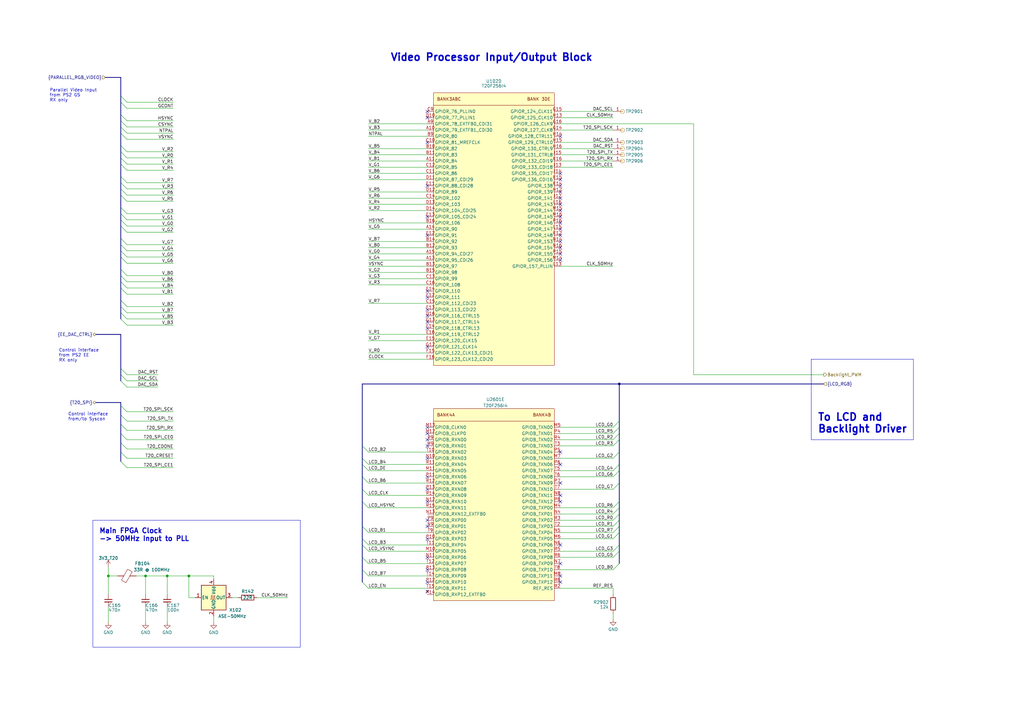
<source format=kicad_sch>
(kicad_sch (version 20230121) (generator eeschema)
  (paper "A3")
  (title_block (title "PS2 Video Processor Video In & Out") (rev "0.3") (comment 5 "-a project by Tschicki"))
  (bus_alias "LCD_RGB" (members "LCD_DE" "LCD_VSYNC" "LCD_HSYNC" "LCD_EN" "LCD_CLK" "LCD_B7" "LCD_B6" "LCD_B5" "LCD_B4" "LCD_B3" "LCD_B2" "LCD_B1" "LCD_B0" "LCD_G7" "LCD_G6" "LCD_G5" "LCD_G4" "LCD_G3" "LCD_G2" "LCD_G1" "LCD_G0" "LCD_R7" "LCD_R6" "LCD_R5" "LCD_R4" "LCD_R3" "LCD_R2" "LCD_R1" "LCD_R0"))
  (junction (at 68.58 236.22))
  (junction (at 59.69 236.22))
  (junction (at 44.45 236.22))
  (junction (at 254 157.48))
  (junction (at 77.47 236.22))
  (no_connect (at 175.26 182.88))
  (no_connect (at 175.26 187.96))
  (no_connect (at 229.87 78.74))
  (no_connect (at 229.87 91.44))
  (no_connect (at 229.87 76.2))
  (no_connect (at 175.26 228.6))
  (no_connect (at 175.26 242.57))
  (no_connect (at 229.87 104.14))
  (no_connect (at 229.87 86.36))
  (no_connect (at 175.26 195.58))
  (no_connect (at 229.87 203.2))
  (no_connect (at 229.87 55.88))
  (no_connect (at 175.26 213.36))
  (no_connect (at 229.87 71.12))
  (no_connect (at 175.26 200.66))
  (no_connect (at 229.87 185.42))
  (no_connect (at 175.26 177.8))
  (no_connect (at 175.26 129.54))
  (no_connect (at 229.87 99.06))
  (no_connect (at 175.26 96.52))
  (no_connect (at 229.87 198.12))
  (no_connect (at 229.87 231.14))
  (no_connect (at 229.87 190.5))
  (no_connect (at 229.87 96.52))
  (no_connect (at 175.26 175.26))
  (no_connect (at 175.26 134.62))
  (no_connect (at 175.26 88.9))
  (no_connect (at 175.26 142.24))
  (no_connect (at 229.87 73.66))
  (no_connect (at 175.26 215.9))
  (no_connect (at 175.26 127))
  (no_connect (at 229.87 106.68))
  (no_connect (at 175.26 205.74))
  (no_connect (at 229.87 83.82))
  (no_connect (at 229.87 88.9))
  (no_connect (at 175.26 233.68))
  (no_connect (at 229.87 223.52))
  (no_connect (at 175.26 180.34))
  (no_connect (at 175.26 121.92))
  (no_connect (at 229.87 236.22))
  (no_connect (at 175.26 76.2))
  (no_connect (at 229.87 205.74))
  (no_connect (at 175.26 45.72))
  (no_connect (at 229.87 101.6))
  (no_connect (at 175.26 119.38))
  (no_connect (at 175.26 48.26))
  (no_connect (at 229.87 81.28))
  (no_connect (at 175.26 132.08))
  (no_connect (at 229.87 238.76))
  (no_connect (at 175.26 238.76))
  (no_connect (at 229.87 93.98))
  (no_connect (at 175.26 58.42))
  (no_connect (at 175.26 220.98))
  (bus_entry (at 52.07 125.73) (size -2.54 -2.54))
  (bus_entry (at 52.07 95.25) (size -2.54 -2.54))
  (bus_entry (at 148.59 205.74) (size 2.54 2.54))
  (bus_entry (at 251.46 193.04) (size 2.54 -2.54))
  (bus_entry (at 52.07 82.55) (size -2.54 -2.54))
  (bus_entry (at 52.07 41.91) (size -2.54 -2.54))
  (bus_entry (at 49.53 173.99) (size 2.54 2.54))
  (bus_entry (at 52.07 115.57) (size -2.54 -2.54))
  (bus_entry (at 251.46 210.82) (size 2.54 -2.54))
  (bus_entry (at 52.07 153.67) (size -2.54 -2.54))
  (bus_entry (at 52.07 156.21) (size -2.54 -2.54))
  (bus_entry (at 52.07 80.01) (size -2.54 -2.54))
  (bus_entry (at 148.59 195.58) (size 2.54 2.54))
  (bus_entry (at 52.07 130.81) (size -2.54 -2.54))
  (bus_entry (at 52.07 74.93) (size -2.54 -2.54))
  (bus_entry (at 251.46 200.66) (size 2.54 -2.54))
  (bus_entry (at 52.07 128.27) (size -2.54 -2.54))
  (bus_entry (at 251.46 233.68) (size 2.54 -2.54))
  (bus_entry (at 52.07 67.31) (size -2.54 -2.54))
  (bus_entry (at 52.07 133.35) (size -2.54 -2.54))
  (bus_entry (at 49.53 177.8) (size 2.54 2.54))
  (bus_entry (at 52.07 54.61) (size -2.54 -2.54))
  (bus_entry (at 251.46 195.58) (size 2.54 -2.54))
  (bus_entry (at 52.07 87.63) (size -2.54 -2.54))
  (bus_entry (at 148.59 215.9) (size 2.54 2.54))
  (bus_entry (at 52.07 52.07) (size -2.54 -2.54))
  (bus_entry (at 251.46 218.44) (size 2.54 -2.54))
  (bus_entry (at 148.59 187.96) (size 2.54 2.54))
  (bus_entry (at 52.07 77.47) (size -2.54 -2.54))
  (bus_entry (at 52.07 57.15) (size -2.54 -2.54))
  (bus_entry (at 251.46 175.26) (size 2.54 -2.54))
  (bus_entry (at 52.07 120.65) (size -2.54 -2.54))
  (bus_entry (at 52.07 90.17) (size -2.54 -2.54))
  (bus_entry (at 148.59 233.68) (size 2.54 2.54))
  (bus_entry (at 52.07 44.45) (size -2.54 -2.54))
  (bus_entry (at 251.46 226.06) (size 2.54 -2.54))
  (bus_entry (at 52.07 118.11) (size -2.54 -2.54))
  (bus_entry (at 49.53 170.18) (size 2.54 2.54))
  (bus_entry (at 52.07 64.77) (size -2.54 -2.54))
  (bus_entry (at 251.46 213.36) (size 2.54 -2.54))
  (bus_entry (at 251.46 180.34) (size 2.54 -2.54))
  (bus_entry (at 148.59 238.76) (size 2.54 2.54))
  (bus_entry (at 251.46 208.28) (size 2.54 -2.54))
  (bus_entry (at 251.46 182.88) (size 2.54 -2.54))
  (bus_entry (at 251.46 187.96) (size 2.54 -2.54))
  (bus_entry (at 251.46 215.9) (size 2.54 -2.54))
  (bus_entry (at 148.59 228.6) (size 2.54 2.54))
  (bus_entry (at 52.07 105.41) (size -2.54 -2.54))
  (bus_entry (at 52.07 113.03) (size -2.54 -2.54))
  (bus_entry (at 52.07 49.53) (size -2.54 -2.54))
  (bus_entry (at 148.59 182.88) (size 2.54 2.54))
  (bus_entry (at 251.46 228.6) (size 2.54 -2.54))
  (bus_entry (at 52.07 107.95) (size -2.54 -2.54))
  (bus_entry (at 148.59 223.52) (size 2.54 2.54))
  (bus_entry (at 52.07 102.87) (size -2.54 -2.54))
  (bus_entry (at 251.46 220.98) (size 2.54 -2.54))
  (bus_entry (at 49.53 189.23) (size 2.54 2.54))
  (bus_entry (at 49.53 166.37) (size 2.54 2.54))
  (bus_entry (at 148.59 190.5) (size 2.54 2.54))
  (bus_entry (at 148.59 220.98) (size 2.54 2.54))
  (bus_entry (at 49.53 181.61) (size 2.54 2.54))
  (bus_entry (at 52.07 69.85) (size -2.54 -2.54))
  (bus_entry (at 52.07 92.71) (size -2.54 -2.54))
  (bus_entry (at 148.59 200.66) (size 2.54 2.54))
  (bus_entry (at 251.46 177.8) (size 2.54 -2.54))
  (bus_entry (at 52.07 158.75) (size -2.54 -2.54))
  (bus_entry (at 52.07 62.23) (size -2.54 -2.54))
  (bus_entry (at 49.53 185.42) (size 2.54 2.54))
  (bus_entry (at 52.07 100.33) (size -2.54 -2.54))
  (wire (pts (xy 175.26 78.74) (xy 151.13 78.74)))
  (wire (pts (xy 44.45 243.84) (xy 44.45 236.22)))
  (wire (pts (xy 59.69 243.84) (xy 59.69 236.22)))
  (wire (pts (xy 52.07 128.27) (xy 71.12 128.27)))
  (bus (pts (xy 254 226.06) (xy 254 231.14)))
  (bus (pts (xy 148.59 195.58) (xy 148.59 200.66)))
  (wire (pts (xy 175.26 137.16) (xy 151.13 137.16)))
  (wire (pts (xy 77.47 245.11) (xy 77.47 236.22)))
  (wire (pts (xy 175.26 63.5) (xy 151.13 63.5)))
  (bus (pts (xy 254 198.12) (xy 254 205.74)))
  (bus (pts (xy 49.53 54.61) (xy 49.53 52.07)))
  (bus (pts (xy 49.53 97.79) (xy 49.53 92.71)))
  (bus (pts (xy 49.53 92.71) (xy 49.53 90.17)))
  (bus (pts (xy 49.53 100.33) (xy 49.53 97.79)))
  (bus (pts (xy 39.37 165.1) (xy 49.53 165.1)))
  (bus (pts (xy 49.53 113.03) (xy 49.53 110.49)))
  (wire (pts (xy 59.69 236.22) (xy 68.58 236.22)))
  (bus (pts (xy 49.53 46.99) (xy 49.53 41.91)))
  (wire (pts (xy 251.46 241.3) (xy 251.46 243.84)))
  (wire (pts (xy 284.48 50.8) (xy 229.87 50.8)))
  (bus (pts (xy 49.53 177.8) (xy 49.53 181.61)))
  (wire (pts (xy 151.13 226.06) (xy 175.26 226.06)))
  (wire (pts (xy 251.46 218.44) (xy 229.87 218.44)))
  (bus (pts (xy 148.59 190.5) (xy 148.59 195.58)))
  (wire (pts (xy 251.46 48.26) (xy 229.87 48.26)))
  (bus (pts (xy 49.53 115.57) (xy 49.53 113.03)))
  (wire (pts (xy 251.46 63.5) (xy 229.87 63.5)))
  (bus (pts (xy 254 180.34) (xy 254 185.42)))
  (wire (pts (xy 52.07 187.96) (xy 71.12 187.96)))
  (wire (pts (xy 52.07 57.15) (xy 71.12 57.15)))
  (bus (pts (xy 49.53 181.61) (xy 49.53 185.42)))
  (wire (pts (xy 52.07 87.63) (xy 71.12 87.63)))
  (bus (pts (xy 49.53 74.93) (xy 49.53 72.39)))
  (bus (pts (xy 254 185.42) (xy 254 190.5)))
  (bus (pts (xy 49.53 105.41) (xy 49.53 102.87)))
  (wire (pts (xy 52.07 107.95) (xy 71.12 107.95)))
  (wire (pts (xy 251.46 215.9) (xy 229.87 215.9)))
  (wire (pts (xy 175.26 139.7) (xy 151.13 139.7)))
  (wire (pts (xy 175.26 104.14) (xy 151.13 104.14)))
  (bus (pts (xy 49.53 41.91) (xy 49.53 39.37)))
  (wire (pts (xy 151.13 190.5) (xy 175.26 190.5)))
  (wire (pts (xy 251.46 45.72) (xy 229.87 45.72)))
  (bus (pts (xy 148.59 182.88) (xy 148.59 187.96)))
  (bus (pts (xy 49.53 123.19) (xy 49.53 118.11)))
  (wire (pts (xy 151.13 241.3) (xy 175.26 241.3)))
  (wire (pts (xy 52.07 49.53) (xy 71.12 49.53)))
  (wire (pts (xy 52.07 90.17) (xy 71.12 90.17)))
  (bus (pts (xy 49.53 173.99) (xy 49.53 177.8)))
  (wire (pts (xy 151.13 203.2) (xy 175.26 203.2)))
  (wire (pts (xy 284.48 153.67) (xy 337.82 153.67)))
  (wire (pts (xy 52.07 74.93) (xy 71.12 74.93)))
  (wire (pts (xy 151.13 236.22) (xy 175.26 236.22)))
  (wire (pts (xy 251.46 68.58) (xy 229.87 68.58)))
  (wire (pts (xy 52.07 67.31) (xy 71.12 67.31)))
  (wire (pts (xy 175.26 60.96) (xy 151.13 60.96)))
  (wire (pts (xy 251.46 251.46) (xy 251.46 254)))
  (bus (pts (xy 254 157.48) (xy 254 172.72)))
  (bus (pts (xy 49.53 128.27) (xy 49.53 125.73)))
  (wire (pts (xy 105.41 245.11) (xy 118.11 245.11)))
  (wire (pts (xy 80.01 245.11) (xy 77.47 245.11)))
  (bus (pts (xy 49.53 125.73) (xy 49.53 123.19)))
  (bus (pts (xy 49.53 137.16) (xy 39.37 137.16)))
  (wire (pts (xy 52.07 130.81) (xy 71.12 130.81)))
  (wire (pts (xy 52.07 168.91) (xy 71.12 168.91)))
  (bus (pts (xy 148.59 200.66) (xy 148.59 205.74)))
  (wire (pts (xy 251.46 210.82) (xy 229.87 210.82)))
  (bus (pts (xy 148.59 157.48) (xy 148.59 182.88)))
  (wire (pts (xy 52.07 105.41) (xy 71.12 105.41)))
  (bus (pts (xy 254 218.44) (xy 254 223.52)))
  (wire (pts (xy 151.13 198.12) (xy 175.26 198.12)))
  (wire (pts (xy 77.47 236.22) (xy 87.63 236.22)))
  (wire (pts (xy 52.07 191.77) (xy 71.12 191.77)))
  (wire (pts (xy 52.07 62.23) (xy 71.12 62.23)))
  (wire (pts (xy 251.46 228.6) (xy 229.87 228.6)))
  (wire (pts (xy 175.26 101.6) (xy 151.13 101.6)))
  (wire (pts (xy 52.07 52.07) (xy 71.12 52.07)))
  (wire (pts (xy 52.07 158.75) (xy 64.77 158.75)))
  (wire (pts (xy 175.26 71.12) (xy 151.13 71.12)))
  (bus (pts (xy 49.53 72.39) (xy 49.53 67.31)))
  (wire (pts (xy 251.46 226.06) (xy 229.87 226.06)))
  (wire (pts (xy 52.07 100.33) (xy 71.12 100.33)))
  (wire (pts (xy 175.26 66.04) (xy 151.13 66.04)))
  (bus (pts (xy 148.59 187.96) (xy 148.59 190.5)))
  (bus (pts (xy 254 208.28) (xy 254 210.82)))
  (wire (pts (xy 175.26 147.32) (xy 151.13 147.32)))
  (bus (pts (xy 49.53 185.42) (xy 49.53 189.23)))
  (wire (pts (xy 175.26 116.84) (xy 151.13 116.84)))
  (wire (pts (xy 251.46 187.96) (xy 229.87 187.96)))
  (wire (pts (xy 151.13 223.52) (xy 175.26 223.52)))
  (wire (pts (xy 52.07 102.87) (xy 71.12 102.87)))
  (bus (pts (xy 254 157.48) (xy 148.59 157.48)))
  (bus (pts (xy 254 210.82) (xy 254 213.36)))
  (bus (pts (xy 254 215.9) (xy 254 218.44)))
  (wire (pts (xy 52.07 92.71) (xy 71.12 92.71)))
  (wire (pts (xy 52.07 41.91) (xy 71.12 41.91)))
  (bus (pts (xy 49.53 77.47) (xy 49.53 74.93)))
  (bus (pts (xy 254 205.74) (xy 254 208.28)))
  (wire (pts (xy 175.26 91.44) (xy 151.13 91.44)))
  (wire (pts (xy 52.07 133.35) (xy 71.12 133.35)))
  (wire (pts (xy 251.46 53.34) (xy 229.87 53.34)))
  (wire (pts (xy 175.26 124.46) (xy 151.13 124.46)))
  (wire (pts (xy 251.46 195.58) (xy 229.87 195.58)))
  (wire (pts (xy 175.26 81.28) (xy 151.13 81.28)))
  (bus (pts (xy 49.53 170.18) (xy 49.53 173.99)))
  (bus (pts (xy 49.53 59.69) (xy 49.53 54.61)))
  (bus (pts (xy 49.53 80.01) (xy 49.53 77.47)))
  (wire (pts (xy 251.46 58.42) (xy 229.87 58.42)))
  (bus (pts (xy 49.53 62.23) (xy 49.53 59.69)))
  (wire (pts (xy 55.88 236.22) (xy 59.69 236.22)))
  (bus (pts (xy 49.53 52.07) (xy 49.53 49.53)))
  (wire (pts (xy 52.07 184.15) (xy 71.12 184.15)))
  (bus (pts (xy 49.53 85.09) (xy 49.53 80.01)))
  (bus (pts (xy 148.59 233.68) (xy 148.59 238.76)))
  (wire (pts (xy 52.07 64.77) (xy 71.12 64.77)))
  (bus (pts (xy 49.53 110.49) (xy 49.53 105.41)))
  (bus (pts (xy 148.59 215.9) (xy 148.59 220.98)))
  (wire (pts (xy 95.25 245.11) (xy 97.79 245.11)))
  (wire (pts (xy 52.07 54.61) (xy 71.12 54.61)))
  (bus (pts (xy 49.53 67.31) (xy 49.53 64.77)))
  (bus (pts (xy 49.53 31.75) (xy 43.18 31.75)))
  (wire (pts (xy 44.45 236.22) (xy 48.26 236.22)))
  (bus (pts (xy 49.53 39.37) (xy 49.53 31.75)))
  (wire (pts (xy 52.07 113.03) (xy 71.12 113.03)))
  (bus (pts (xy 49.53 90.17) (xy 49.53 87.63)))
  (wire (pts (xy 52.07 82.55) (xy 71.12 82.55)))
  (bus (pts (xy 49.53 153.67) (xy 49.53 151.13)))
  (wire (pts (xy 52.07 153.67) (xy 64.77 153.67)))
  (bus (pts (xy 49.53 130.81) (xy 49.53 128.27)))
  (wire (pts (xy 68.58 243.84) (xy 68.58 236.22)))
  (wire (pts (xy 175.26 73.66) (xy 151.13 73.66)))
  (wire (pts (xy 251.46 193.04) (xy 229.87 193.04)))
  (wire (pts (xy 52.07 120.65) (xy 71.12 120.65)))
  (wire (pts (xy 52.07 125.73) (xy 71.12 125.73)))
  (wire (pts (xy 175.26 99.06) (xy 151.13 99.06)))
  (wire (pts (xy 175.26 109.22) (xy 151.13 109.22)))
  (wire (pts (xy 251.46 60.96) (xy 229.87 60.96)))
  (wire (pts (xy 175.26 83.82) (xy 151.13 83.82)))
  (wire (pts (xy 44.45 232.41) (xy 44.45 236.22)))
  (wire (pts (xy 229.87 241.3) (xy 251.46 241.3)))
  (bus (pts (xy 254 175.26) (xy 254 177.8)))
  (wire (pts (xy 52.07 69.85) (xy 71.12 69.85)))
  (bus (pts (xy 49.53 87.63) (xy 49.53 85.09)))
  (wire (pts (xy 251.46 109.22) (xy 229.87 109.22)))
  (wire (pts (xy 251.46 233.68) (xy 229.87 233.68)))
  (wire (pts (xy 175.26 114.3) (xy 151.13 114.3)))
  (wire (pts (xy 44.45 248.92) (xy 44.45 255.27)))
  (bus (pts (xy 254 193.04) (xy 254 198.12)))
  (bus (pts (xy 49.53 64.77) (xy 49.53 62.23)))
  (wire (pts (xy 151.13 185.42) (xy 175.26 185.42)))
  (bus (pts (xy 49.53 156.21) (xy 49.53 153.67)))
  (wire (pts (xy 175.26 86.36) (xy 151.13 86.36)))
  (wire (pts (xy 151.13 208.28) (xy 175.26 208.28)))
  (wire (pts (xy 251.46 180.34) (xy 229.87 180.34)))
  (wire (pts (xy 175.26 50.8) (xy 151.13 50.8)))
  (wire (pts (xy 87.63 252.73) (xy 87.63 255.27)))
  (bus (pts (xy 49.53 102.87) (xy 49.53 100.33)))
  (bus (pts (xy 148.59 223.52) (xy 148.59 228.6)))
  (wire (pts (xy 175.26 111.76) (xy 151.13 111.76)))
  (wire (pts (xy 251.46 213.36) (xy 229.87 213.36)))
  (wire (pts (xy 175.26 53.34) (xy 151.13 53.34)))
  (wire (pts (xy 68.58 236.22) (xy 77.47 236.22)))
  (wire (pts (xy 251.46 208.28) (xy 229.87 208.28)))
  (bus (pts (xy 148.59 228.6) (xy 148.59 233.68)))
  (wire (pts (xy 251.46 200.66) (xy 229.87 200.66)))
  (wire (pts (xy 52.07 172.72) (xy 71.12 172.72)))
  (bus (pts (xy 49.53 137.16) (xy 49.53 151.13)))
  (wire (pts (xy 151.13 218.44) (xy 175.26 218.44)))
  (bus (pts (xy 49.53 165.1) (xy 49.53 166.37)))
  (wire (pts (xy 175.26 106.68) (xy 151.13 106.68)))
  (bus (pts (xy 254 157.48) (xy 337.82 157.48)))
  (bus (pts (xy 148.59 220.98) (xy 148.59 223.52)))
  (bus (pts (xy 254 177.8) (xy 254 180.34)))
  (wire (pts (xy 151.13 231.14) (xy 175.26 231.14)))
  (wire (pts (xy 52.07 95.25) (xy 71.12 95.25)))
  (bus (pts (xy 254 213.36) (xy 254 215.9)))
  (wire (pts (xy 52.07 180.34) (xy 71.12 180.34)))
  (wire (pts (xy 251.46 66.04) (xy 229.87 66.04)))
  (bus (pts (xy 254 172.72) (xy 254 175.26)))
  (bus (pts (xy 148.59 205.74) (xy 148.59 215.9)))
  (wire (pts (xy 52.07 118.11) (xy 71.12 118.11)))
  (wire (pts (xy 87.63 236.22) (xy 87.63 237.49)))
  (bus (pts (xy 254 223.52) (xy 254 226.06)))
  (wire (pts (xy 52.07 176.53) (xy 71.12 176.53)))
  (wire (pts (xy 251.46 175.26) (xy 229.87 175.26)))
  (wire (pts (xy 68.58 248.92) (xy 68.58 255.27)))
  (wire (pts (xy 52.07 115.57) (xy 71.12 115.57)))
  (wire (pts (xy 251.46 177.8) (xy 229.87 177.8)))
  (wire (pts (xy 52.07 80.01) (xy 71.12 80.01)))
  (wire (pts (xy 175.26 93.98) (xy 151.13 93.98)))
  (wire (pts (xy 251.46 182.88) (xy 229.87 182.88)))
  (bus (pts (xy 49.53 49.53) (xy 49.53 46.99)))
  (bus (pts (xy 49.53 118.11) (xy 49.53 115.57)))
  (wire (pts (xy 284.48 153.67) (xy 284.48 50.8)))
  (bus (pts (xy 254 190.5) (xy 254 193.04)))
  (wire (pts (xy 151.13 193.04) (xy 175.26 193.04)))
  (wire (pts (xy 59.69 248.92) (xy 59.69 255.27)))
  (wire (pts (xy 52.07 77.47) (xy 71.12 77.47)))
  (wire (pts (xy 175.26 68.58) (xy 151.13 68.58)))
  (wire (pts (xy 175.26 144.78) (xy 151.13 144.78)))
  (wire (pts (xy 175.26 55.88) (xy 151.13 55.88)))
  (wire (pts (xy 52.07 156.21) (xy 64.77 156.21)))
  (wire (pts (xy 251.46 220.98) (xy 229.87 220.98)))
  (wire (pts (xy 52.07 44.45) (xy 71.12 44.45)))
  (bus (pts (xy 49.53 166.37) (xy 49.53 170.18)))
  (rectangle (start 332.74 147.32) (end 374.65 180.34))
  (rectangle (start 38.1 213.36) (end 123.19 265.43))
  (text "Main FPGA Clock\n-> 50MHz Input to PLL" (at 40.64 222.25 0) (effects (font (size 2 2) (thickness 0.4) bold) (justify left bottom)))
  (text "Control interface \nfrom PS2 EE\nRX only" (at 24.13 148.59 0) (effects (font (size 1.27 1.27)) (justify left bottom)))
  (text "Parallel Video Input\nfrom PS2 GS\nRX only" (at 20.32 41.91 0) (effects (font (size 1.27 1.27)) (justify left bottom)))
  (text "Control interface \nfrom/to Syscon" (at 27.94 172.72 0) (effects (font (size 1.27 1.27)) (justify left bottom)))
  (text "To LCD and \nBacklight Driver" (at 335.28 177.8 0) (effects (font (size 3 3) (thickness 0.6) bold) (justify left bottom)))
  (text "Video Processor Input/Output Block" (at 160.02 25.4 0) (effects (font (size 3 3) (thickness 0.6) bold) (justify left bottom)))
  (label "LCD_G1" (at 251.46 220.98 180))
  (label "DAC_SDA" (at 64.77 158.75 180))
  (label "V_G7" (at 151.13 139.7 0))
  (label "LCD_R3" (at 251.46 182.88 180))
  (label "LCD_G7" (at 251.46 200.66 180))
  (label "T20_SPI_TX" (at 251.46 63.5 180))
  (label "V_R6" (at 71.12 80.01 180))
  (label "LCD_R5" (at 251.46 177.8 180))
  (label "LCD_G2" (at 251.46 187.96 180))
  (label "NTPAL" (at 151.13 55.88 0))
  (label "V_R0" (at 71.12 64.77 180))
  (label "V_B3" (at 71.12 133.35 180))
  (label "T20_SPI_SCK" (at 251.46 53.34 180))
  (label "V_B4" (at 71.12 118.11 180))
  (label "LCD_VSYNC" (at 151.13 226.06 0))
  (label "V_G0" (at 151.13 104.14 0))
  (label "V_B6" (at 151.13 71.12 0))
  (label "V_G3" (at 151.13 114.3 0))
  (label "V_G3" (at 71.12 87.63 180))
  (label "LCD_G6" (at 251.46 195.58 180))
  (label "DAC_SCL" (at 251.46 45.72 180))
  (label "V_R7" (at 151.13 124.46 0))
  (label "V_G6" (at 71.12 107.95 180))
  (label "VSYNC" (at 71.12 57.15 180))
  (label "LCD_R1" (at 251.46 215.9 180))
  (label "CLOCK" (at 151.13 147.32 0))
  (label "LCD_G0" (at 251.46 175.26 180))
  (label "V_G1" (at 71.12 90.17 180))
  (label "V_B4" (at 151.13 63.5 0))
  (label "HSYNC" (at 71.12 49.53 180))
  (label "LCD_CLK" (at 151.13 203.2 0))
  (label "CSYNC" (at 71.12 52.07 180))
  (label "V_B5" (at 71.12 130.81 180))
  (label "V_B3" (at 151.13 53.34 0))
  (label "LCD_B6" (at 151.13 198.12 0))
  (label "T20_SPI_CE1" (at 71.12 191.77 180))
  (label "V_G2" (at 71.12 95.25 180))
  (label "LCD_B7" (at 151.13 236.22 0))
  (label "T20_CRESET" (at 71.12 187.96 180))
  (label "REF_RES" (at 251.46 241.3 180))
  (label "VSYNC" (at 151.13 109.22 0))
  (label "V_B1" (at 151.13 66.04 0))
  (label "V_B2" (at 151.13 50.8 0))
  (label "LCD_G4" (at 251.46 193.04 180))
  (label "V_R4" (at 151.13 83.82 0))
  (label "GCONT" (at 71.12 44.45 180))
  (label "T20_SPI_RX" (at 71.12 176.53 180))
  (label "LCD_R6" (at 251.46 208.28 180))
  (label "T20_CDONE" (at 71.12 184.15 180))
  (label "V_G7" (at 71.12 100.33 180))
  (label "V_R1" (at 151.13 137.16 0))
  (label "T20_SPI_RX" (at 251.46 66.04 180))
  (label "LCD_HSYNC" (at 151.13 208.28 0))
  (label "V_B0" (at 151.13 101.6 0))
  (label "LCD_B1" (at 151.13 218.44 0))
  (label "V_R1" (at 71.12 67.31 180))
  (label "LCD_R2" (at 251.46 180.34 180))
  (label "V_R5" (at 71.12 82.55 180))
  (label "V_R5" (at 151.13 78.74 0))
  (label "LCD_B5" (at 151.13 231.14 0))
  (label "V_G5" (at 151.13 93.98 0))
  (label "LCD_R7" (at 251.46 218.44 180))
  (label "LCD_EN" (at 151.13 241.3 0))
  (label "V_G6" (at 151.13 73.66 0))
  (label "CLK_50MHz" (at 251.46 109.22 180))
  (label "V_B0" (at 71.12 113.03 180))
  (label "V_R7" (at 71.12 74.93 180))
  (label "V_R3" (at 71.12 77.47 180))
  (label "DAC_RST" (at 64.77 153.67 180))
  (label "V_B2" (at 71.12 125.73 180))
  (label "LCD_B4" (at 151.13 190.5 0))
  (label "CLOCK" (at 71.12 41.91 180))
  (label "V_R4" (at 71.12 69.85 180))
  (label "T20_SPI_TX" (at 71.12 172.72 180))
  (label "V_R2" (at 151.13 86.36 0))
  (label "V_R0" (at 151.13 144.78 0))
  (label "LCD_DE" (at 151.13 193.04 0))
  (label "LCD_B3" (at 151.13 223.52 0))
  (label "LCD_R0" (at 251.46 213.36 180))
  (label "LCD_B2" (at 151.13 185.42 0))
  (label "LCD_G5" (at 251.46 228.6 180))
  (label "T20_SPI_SCK" (at 71.12 168.91 180))
  (label "DAC_RST" (at 251.46 60.96 180))
  (label "HSYNC" (at 151.13 91.44 0))
  (label "V_R2" (at 71.12 62.23 180))
  (label "LCD_R4" (at 251.46 210.82 180))
  (label "V_G5" (at 71.12 105.41 180))
  (label "V_R6" (at 151.13 81.28 0))
  (label "V_B5" (at 151.13 60.96 0))
  (label "V_B6" (at 71.12 115.57 180))
  (label "LCD_B0" (at 251.46 233.68 180))
  (label "V_G2" (at 151.13 111.76 0))
  (label "CLK_50MHz" (at 118.11 245.11 180))
  (label "V_G1" (at 151.13 68.58 0))
  (label "DAC_SDA" (at 251.46 58.42 180))
  (label "CLK_50MHz" (at 251.46 48.26 180))
  (label "V_B1" (at 71.12 120.65 180))
  (label "DAC_SCL" (at 64.77 156.21 180))
  (label "V_G4" (at 71.12 102.87 180))
  (label "V_R3" (at 151.13 116.84 0))
  (label "V_G4" (at 151.13 106.68 0))
  (label "V_B7" (at 71.12 128.27 180))
  (label "LCD_G3" (at 251.46 226.06 180))
  (label "V_G0" (at 71.12 92.71 180))
  (label "T20_SPI_CE1" (at 251.46 68.58 180))
  (label "V_B7" (at 151.13 99.06 0))
  (label "T20_SPI_CE0" (at 71.12 180.34 180))
  (label "NTPAL" (at 71.12 54.61 180))
  (hierarchical_label "{T20_SPI}" (shape bidirectional) (at 39.37 165.1 180))
  (hierarchical_label "{EE_DAC_CTRL}" (shape bidirectional) (at 39.37 137.16 180))
  (hierarchical_label "{PARALLEL_RGB_VIDEO}" (shape input) (at 43.18 31.75 180))
  (hierarchical_label "Backlight_PWM" (shape output) (at 337.82 153.67 0))
  (hierarchical_label "{LCD_RGB}" (shape input) (at 337.82 157.48 0))
  (symbol (lib_id "power:GND") (at 44.45 255.27 0) (unit 1)
    (property "Reference" "#PWR0245" (effects hide))
    (property "Value" "GND" (at 44.45 259.4055 0))
    (instances (project "Trion_T20_Devboard_02" (path "" (reference "#PWR0245") (unit 1)) (path "" (reference "#PWR0606") (unit 1))) (project "PS2_79004_Rev_0_4" (path "" (reference "#PWR02902") (unit 1))))
  )
  (symbol (lib_id "Oscillator:ASE-xxxMHz") (at 87.63 245.11 0) (unit 1)
    (property "Reference" "X102" (at 96.52 250.19 0))
    (property "Value" "ASE-50MHz" (at 95.25 252.73 0))
    (property "Footprint" "PS2:Oscillator_SMD_Abracon_ASE-4Pin_3.2x2.5mm" (effects hide))
    (property "Datasheet" "http://www.abracon.com/Oscillators/ASV.pdf" (effects hide))
    (property "Part Number" "ASE-50.000MHZ-E-T" (effects hide))
    (instances (project "Trion_T20_Devboard_02" (path "" (reference "X102") (unit 1)) (path "" (reference "X101") (unit 1))) (project "PS2_79004_Rev_0_4" (path "" (reference "X2901") (unit 1))))
  )
  (symbol (lib_id "PS2:3V3_T20") (at 44.45 232.41 0) (unit 1)
    (property "Reference" "#PWR02901" (effects hide))
    (property "Value" "3V3_T20" (at 44.45 228.9081 0))
  )
  (symbol (lib_id "PS2_Capacitors:C_100n_0402") (at 68.58 246.38 0) (unit 1)
    (property "Reference" "C167" (at 68.58 248.285 0) (effects (justify left)))
    (property "Value" "100n" (at 68.58 250.19 0) (effects (justify left)))
    (property "Footprint" "PS2:C_0402_1005Metric" (effects hide))
    (property "Datasheet" "https://www.mouser.at/datasheet/2/447/UPY_NP0X5R_01005_4V_to_25V_V10-3003057.pdf" (effects hide))
    (property "Part Number" "CC0402KRX7R7BB104" (effects hide))
    (instances (project "Trion_T20_Devboard_02" (path "" (reference "C167") (unit 1)) (path "" (reference "C106") (unit 1))) (project "PS2_79004_Rev_0_4" (path "" (reference "C2903") (unit 1))))
  )
  (symbol (lib_id "PS2_Resistors:R_12k_0402") (at 251.46 247.65 0) (mirror y) (unit 1)
    (property "Reference" "R2902" (at 249.682 247.0063 0) (effects (justify left)))
    (property "Value" "12k" (at 249.682 248.9273 0) (effects (justify left)))
    (property "Footprint" "PS2:R_0402_1005Metric" (effects hide))
    (property "Part Number" "ERJ-2RKF1202X" (effects hide))
  )
  (symbol (lib_id "power:GND") (at 251.46 254 0) (unit 1)
    (property "Reference" "#PWR02906" (effects hide))
    (property "Value" "GND" (at 251.46 258.1355 0))
  )
  (symbol (lib_id "PS2:Solder_Point") (at 255.27 66.04 0) (unit 1) (in_bom no)
    (property "Reference" "TP2906" (at 256.54 66.04 0) (effects (justify left)))
    (property "Value" "Solder_Point" (effects hide))
    (property "Footprint" "PS2:Solder_Point_127" (effects hide))
  )
  (symbol (lib_id "power:GND") (at 68.58 255.27 0) (unit 1)
    (property "Reference" "#PWR0250" (effects hide))
    (property "Value" "GND" (at 68.58 259.4055 0))
    (instances (project "Trion_T20_Devboard_02" (path "" (reference "#PWR0250") (unit 1)) (path "" (reference "#PWR0611") (unit 1))) (project "PS2_79004_Rev_0_4" (path "" (reference "#PWR02904") (unit 1))))
  )
  (symbol (lib_id "PS2_Capacitors:C_470n_0603") (at 44.45 246.38 0) (unit 1)
    (property "Reference" "C165" (at 44.45 248.285 0) (effects (justify left)))
    (property "Value" "470n" (at 44.45 250.19 0) (effects (justify left)))
    (property "Footprint" "PS2:C_0603_1608Metric" (effects hide))
    (property "Datasheet" "https://www.mouser.at/datasheet/2/281/1/GCM188R71E474KA64_04A-3144075.pdf" (effects hide))
    (property "Part Number" "GCM188R71E474KA64D" (effects hide))
    (instances (project "Trion_T20_Devboard_02" (path "" (reference "C165") (unit 1)) (path "" (reference "C108") (unit 1))) (project "PS2_79004_Rev_0_4" (path "" (reference "C2901") (unit 1))))
  )
  (symbol (lib_id "PS2:Solder_Point") (at 255.27 45.72 0) (unit 1) (in_bom no)
    (property "Reference" "TP2901" (at 256.54 45.72 0) (effects (justify left)))
    (property "Value" "Solder_Point" (effects hide))
    (property "Footprint" "PS2:Solder_Point_127" (effects hide))
  )
  (symbol (lib_id "Device:FerriteBead") (at 52.07 236.22 90) (unit 1)
    (property "Reference" "FB104" (at 58.42 231.14 90))
    (property "Value" "33R @ 100MHz" (at 62.23 233.68 90))
    (property "Footprint" "PS2:R_0402_1005Metric" (effects hide))
    (property "Part Number" "BLM15PX330SN1D" (effects hide))
    (instances (project "Trion_T20_Devboard_02" (path "" (reference "FB104") (unit 1)) (path "" (reference "FB301") (unit 1)) (path "" (reference "FB101") (unit 1))) (project "PS2_79004_Rev_0_4" (path "" (reference "FB2901") (unit 1))))
  )
  (symbol (lib_id "PS2:Solder_Point") (at 255.27 53.34 0) (unit 1) (in_bom no)
    (property "Reference" "TP2902" (at 256.54 53.34 0) (effects (justify left)))
    (property "Value" "Solder_Point" (effects hide))
    (property "Footprint" "PS2:Solder_Point_127" (effects hide))
  )
  (symbol (lib_id "PS2:Trion_T20F256I4") (at 175.26 45.72 0) (unit 4)
    (property "Reference" "U102" (at 202.565 33.2961 0))
    (property "Value" "T20F256I4" (at 202.565 35.2171 0))
    (property "Footprint" "PS2:BGA-256_14.0x14.0mm_Layout16x16_P0.8mm_Ball0.45mm_Pad0.32mm_NSMD" (effects hide))
    (property "Datasheet" "https://www.efinixinc.com/docs/trion20-ds-v5.6.pdf" (effects hide))
    (property "Part Number" "T20F256C4" (effects hide))
    (instances (project "Trion_T20_Devboard_02" (path "" (reference "U102") (unit 4)) (path "" (reference "U101") (unit 4))) (project "PS2_79004_Rev_0_4" (path "" (reference "U2601") (unit 4))))
  )
  (symbol (lib_id "PS2:Solder_Point") (at 255.27 63.5 0) (unit 1) (in_bom no)
    (property "Reference" "TP2905" (at 256.54 63.5 0) (effects (justify left)))
    (property "Value" "Solder_Point" (effects hide))
    (property "Footprint" "PS2:Solder_Point_127" (effects hide))
  )
  (symbol (lib_id "PS2:Solder_Point") (at 255.27 60.96 0) (unit 1) (in_bom no)
    (property "Reference" "TP2904" (at 256.54 60.96 0) (effects (justify left)))
    (property "Value" "Solder_Point" (effects hide))
    (property "Footprint" "PS2:Solder_Point_127" (effects hide))
  )
  (symbol (lib_id "PS2_Capacitors:C_470n_0603") (at 59.69 246.38 0) (unit 1)
    (property "Reference" "C166" (at 59.69 248.285 0) (effects (justify left)))
    (property "Value" "470n" (at 59.69 250.19 0) (effects (justify left)))
    (property "Footprint" "PS2:C_0603_1608Metric" (effects hide))
    (property "Datasheet" "https://www.mouser.at/datasheet/2/281/1/GCM188R71E474KA64_04A-3144075.pdf" (effects hide))
    (property "Part Number" "GCM188R71E474KA64D" (effects hide))
    (instances (project "Trion_T20_Devboard_02" (path "" (reference "C166") (unit 1)) (path "" (reference "C107") (unit 1))) (project "PS2_79004_Rev_0_4" (path "" (reference "C2902") (unit 1))))
  )
  (symbol (lib_id "power:GND") (at 59.69 255.27 0) (unit 1)
    (property "Reference" "#PWR0248" (effects hide))
    (property "Value" "GND" (at 59.69 259.4055 0))
    (instances (project "Trion_T20_Devboard_02" (path "" (reference "#PWR0248") (unit 1)) (path "" (reference "#PWR0609") (unit 1))) (project "PS2_79004_Rev_0_4" (path "" (reference "#PWR02903") (unit 1))))
  )
  (symbol (lib_id "PS2_Resistors:R_22R_0402") (at 101.6 245.11 90) (unit 1)
    (property "Reference" "R142" (at 101.6 242.57 90))
    (property "Value" "22R" (at 101.6 245.11 90))
    (property "Footprint" "PS2:R_0402_1005Metric" (effects hide))
    (property "Part Number" "RC0402FR-0722RL" (effects hide))
    (instances (project "Trion_T20_Devboard_02" (path "" (reference "R142") (unit 1)) (path "" (reference "R111") (unit 1))) (project "PS2_79004_Rev_0_4" (path "" (reference "R2901") (unit 1))))
  )
  (symbol (lib_id "PS2:Trion_T20F256I4") (at 175.26 175.26 0) (unit 5)
    (property "Reference" "U2601" (at 203.2 163.83 0))
    (property "Value" "T20F256I4" (at 203.2 166.37 0))
    (property "Footprint" "PS2:BGA-256_14.0x14.0mm_Layout16x16_P0.8mm_Ball0.45mm_Pad0.32mm_NSMD" (effects hide))
    (property "Datasheet" "https://www.efinixinc.com/docs/trion20-ds-v5.6.pdf" (effects hide))
    (property "Part Number" "T20F256C4" (effects hide))
  )
  (symbol (lib_id "PS2:Solder_Point") (at 255.27 58.42 0) (unit 1) (in_bom no)
    (property "Reference" "TP2903" (at 256.54 58.42 0) (effects (justify left)))
    (property "Value" "Solder_Point" (effects hide))
    (property "Footprint" "PS2:Solder_Point_127" (effects hide))
  )
  (symbol (lib_id "power:GND") (at 87.63 255.27 0) (unit 1)
    (property "Reference" "#PWR0253" (effects hide))
    (property "Value" "GND" (at 87.63 259.4055 0))
    (instances (project "Trion_T20_Devboard_02" (path "" (reference "#PWR0253") (unit 1)) (path "" (reference "#PWR0612") (unit 1))) (project "PS2_79004_Rev_0_4" (path "" (reference "#PWR02905") (unit 1))))
  )
)
</source>
